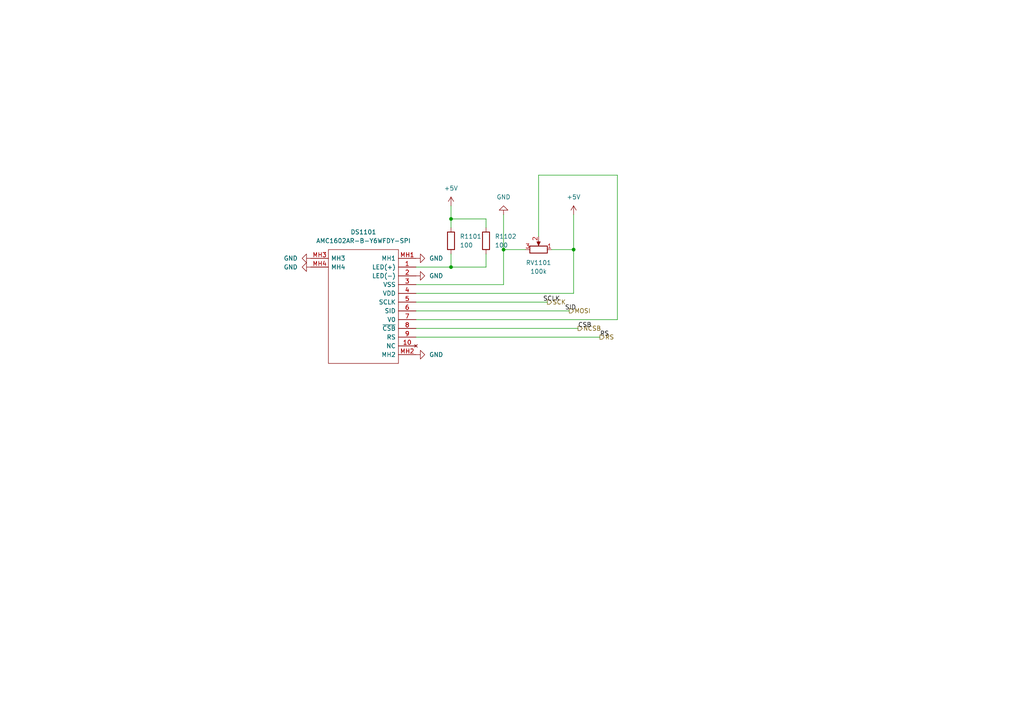
<source format=kicad_sch>
(kicad_sch (version 20211123) (generator eeschema)
  (paper "A4")
  (lib_symbols
    (symbol "AMC1602AR-B-Y6WFDY-SPI:AMC1602AR-B-Y6WFDY-SPI" (pin_names (offset 0.762))
      (property "Reference" "DS" (at 26.67 7.62 0))
      (property "Value" "AMC1602AR-B-Y6WFDY-SPI" (at 26.67 5.08 0))
      (symbol "AMC1602AR-B-Y6WFDY-SPI_0_0"
        (pin passive line (at 30.48 -2.54 180) (length 5.08) (name "LED(+)") (number "1"))
        (pin no_connect line (at 30.48 -25.4 180) (length 5.08) (name "NC") (number "10"))
        (pin passive line (at 30.48 -5.08 180) (length 5.08) (name "LED(-)") (number "2"))
        (pin passive line (at 30.48 -7.62 180) (length 5.08) (name "VSS") (number "3"))
        (pin passive line (at 30.48 -10.16 180) (length 5.08) (name "VDD") (number "4"))
        (pin passive line (at 30.48 -12.7 180) (length 5.08) (name "SCLK") (number "5"))
        (pin passive line (at 30.48 -15.24 180) (length 5.08) (name "SID") (number "6"))
        (pin passive line (at 30.48 -17.78 180) (length 5.08) (name "V0") (number "7"))
        (pin passive line (at 30.48 -20.32 180) (length 5.08) (name "~{CSB}") (number "8"))
        (pin passive line (at 30.48 -22.86 180) (length 5.08) (name "RS") (number "9"))
        (pin passive line (at 30.48 0 180) (length 5.08) (name "MH1") (number "MH1"))
        (pin passive line (at 30.48 -27.94 180) (length 5.08) (name "MH2") (number "MH2"))
        (pin passive line (at 0 0 0) (length 5.08) (name "MH3") (number "MH3"))
        (pin passive line (at 0 -2.54 0) (length 5.08) (name "MH4") (number "MH4"))
      )
      (symbol "AMC1602AR-B-Y6WFDY-SPI_0_1"
        (polyline (pts (xy 5.08 2.54) (xy 25.4 2.54) (xy 25.4 -30.48) (xy 5.08 -30.48) (xy 5.08 2.54)) (stroke (width 0.1524)))
      )
    )
    (symbol "Device:R" (pin_numbers hide) (pin_names (offset 0))
      (property "Reference" "R" (at 2.032 0 90))
      (property "Value" "R" (at 0 0 90))
      (symbol "R_0_1"
        (rectangle (start -1.016 -2.54) (end 1.016 2.54) (stroke (width 0.254)))
      )
      (symbol "R_1_1"
        (pin passive line (at 0 3.81 270) (length 1.27) (name "~") (number "1"))
        (pin passive line (at 0 -3.81 90) (length 1.27) (name "~") (number "2"))
      )
    )
    (symbol "Device:R_Potentiometer" (pin_names (offset 1.016) hide)
      (property "Reference" "RV" (at -4.445 0 90))
      (property "Value" "R_Potentiometer" (at -2.54 0 90))
      (symbol "R_Potentiometer_0_1"
        (polyline (pts (xy 2.54 0) (xy 1.524 0)))
        (polyline (pts (xy 1.143 0) (xy 2.286 0.508) (xy 2.286 -0.508) (xy 1.143 0)) (fill (type outline)))
        (rectangle (start 1.016 2.54) (end -1.016 -2.54) (stroke (width 0.254)))
      )
      (symbol "R_Potentiometer_1_1"
        (pin passive line (at 0 3.81 270) (length 1.27) (name "1") (number "1"))
        (pin passive line (at 3.81 0 180) (length 1.27) (name "2") (number "2"))
        (pin passive line (at 0 -3.81 90) (length 1.27) (name "3") (number "3"))
      )
    )
    (symbol "power:+5V" (power) (pin_names (offset 0))
      (property "Value" "+5V" (at 0 3.556 0))
      (symbol "+5V_0_1"
        (polyline (pts (xy -0.762 1.27) (xy 0 2.54)))
        (polyline (pts (xy 0 0) (xy 0 2.54)))
        (polyline (pts (xy 0 2.54) (xy 0.762 1.27)))
      )
      (symbol "+5V_1_1"
        (pin power_in line (at 0 0 90) (length 0) hide (name "+5V") (number "1"))
      )
    )
    (symbol "power:GND" (power) (pin_names (offset 0))
      (property "Value" "GND" (at 0 -3.81 0))
      (symbol "GND_0_1"
        (polyline (pts (xy 0 0) (xy 0 -1.27) (xy 1.27 -1.27) (xy 0 -2.54) (xy -1.27 -1.27) (xy 0 -1.27)))
      )
      (symbol "GND_1_1"
        (pin power_in line (at 0 0 270) (length 0) hide (name "GND") (number "1"))
      )
    )
  )
  (junction (at 146.05 72.39))
  (junction (at 130.81 63.5))
  (junction (at 130.81 77.47))
  (junction (at 166.37 72.39))
  (wire (pts (xy 146.05 72.39) (xy 152.4 72.39)))
  (wire (pts (xy 130.81 77.47) (xy 120.65 77.47)))
  (wire (pts (xy 130.81 63.5) (xy 140.97 63.5)))
  (wire (pts (xy 120.65 92.71) (xy 179.07 92.71)))
  (wire (pts (xy 130.81 73.66) (xy 130.81 77.47)))
  (wire (pts (xy 179.07 92.71) (xy 179.07 50.8)))
  (wire (pts (xy 166.37 62.23) (xy 166.37 72.39)))
  (wire (pts (xy 166.37 72.39) (xy 166.37 85.09)))
  (wire (pts (xy 160.02 72.39) (xy 166.37 72.39)))
  (wire (pts (xy 120.65 97.79) (xy 173.99 97.79)))
  (wire (pts (xy 179.07 50.8) (xy 156.21 50.8)))
  (wire (pts (xy 130.81 63.5) (xy 130.81 66.04)))
  (wire (pts (xy 120.65 85.09) (xy 166.37 85.09)))
  (wire (pts (xy 120.65 87.63) (xy 158.75 87.63)))
  (wire (pts (xy 146.05 62.23) (xy 146.05 72.39)))
  (wire (pts (xy 146.05 82.55) (xy 120.65 82.55)))
  (wire (pts (xy 140.97 66.04) (xy 140.97 63.5)))
  (wire (pts (xy 130.81 59.69) (xy 130.81 63.5)))
  (wire (pts (xy 120.65 90.17) (xy 165.1 90.17)))
  (wire (pts (xy 120.65 95.25) (xy 167.64 95.25)))
  (wire (pts (xy 130.81 77.47) (xy 140.97 77.47)))
  (wire (pts (xy 146.05 72.39) (xy 146.05 82.55)))
  (wire (pts (xy 156.21 50.8) (xy 156.21 68.58)))
  (wire (pts (xy 140.97 73.66) (xy 140.97 77.47)))
  (label "SID" (at 163.83 90.17 0))
  (label "CSB" (at 167.64 95.25 0))
  (label "RS" (at 173.99 97.79 0))
  (label "SCLK" (at 157.48 87.63 0))
  (hierarchical_label "NCSB" (shape output) (at 167.64 95.25 0))
  (hierarchical_label "MOSI" (shape output) (at 165.1 90.17 0))
  (hierarchical_label "SCK" (shape output) (at 158.75 87.63 0))
  (hierarchical_label "RS" (shape output) (at 173.99 97.79 0))
  (symbol (lib_id "power:GND") (at 120.65 102.87 90) (unit 1)
    (property "Reference" "#PWR01105" (effects hide))
    (property "Value" "GND" (at 124.46 102.8699 90) (effects (justify right)))
  )
  (symbol (lib_id "AMC1602AR-B-Y6WFDY-SPI:AMC1602AR-B-Y6WFDY-SPI") (at 90.17 74.93 0) (unit 1)
    (property "Reference" "DS1101" (at 105.41 67.31 0))
    (property "Value" "AMC1602AR-B-Y6WFDY-SPI" (at 105.41 69.85 0))
    (property "Footprint" "Custom:AMC1602ARBY6WFDYSPI" (effects hide))
    (property "Datasheet" "https://www.orientdisplay.com/wp-content/uploads/2019/10/AMC1602AR-B-Y6WFDY-SPI-specsheet.pdf" (effects hide))
    (property "Description" "Character Display Module Transflective 5 x 8 Dots STN - Super-Twisted Nematic LED - Yellow/Green SPI 80.00mm x 36.00mm x 14.00mm" (effects hide))
    (property "Height" "14" (effects hide))
    (property "Manufacturer_Name" "Orient Display" (effects hide))
    (property "Manufacturer_Part_Number" "AMC1602AR-B-Y6WFDY-SPI" (effects hide))
  )
  (symbol (lib_id "Device:R_Potentiometer") (at 156.21 72.39 270) (mirror x) (unit 1)
    (property "Reference" "RV1101" (at 156.21 76.2 90))
    (property "Value" "100k" (at 156.21 78.74 90))
    (property "Footprint" "Custom:TRIM_3352T-1-104LF" (effects hide))
  )
  (symbol (lib_id "power:GND") (at 120.65 80.01 90) (unit 1)
    (property "Reference" "#PWR01104" (effects hide))
    (property "Value" "GND" (at 124.46 80.0099 90) (effects (justify right)))
  )
  (symbol (lib_id "power:GND") (at 120.65 74.93 90) (unit 1)
    (property "Reference" "#PWR01103" (effects hide))
    (property "Value" "GND" (at 124.46 74.9299 90) (effects (justify right)))
  )
  (symbol (lib_id "Device:R") (at 140.97 69.85 0) (unit 1)
    (property "Reference" "R1102" (at 143.51 68.5799 0) (effects (justify left)))
    (property "Value" "100" (at 143.51 71.1199 0) (effects (justify left)))
    (property "Footprint" "Resistor_SMD:R_0603_1608Metric" (effects hide))
    (property "Manufacturer_Name" "UNI-ROYAL(Uniroyal Elec)" (effects hide))
    (property "Manufacturer_Part_Number" "0603WAF1000T5E" (effects hide))
  )
  (symbol (lib_id "power:GND") (at 90.17 74.93 270) (unit 1)
    (property "Reference" "#PWR01101" (effects hide))
    (property "Value" "GND" (at 86.36 74.9299 90) (effects (justify right)))
  )
  (symbol (lib_id "power:+5V") (at 130.81 59.69 0) (unit 1)
    (property "Reference" "#PWR01106" (effects hide))
    (property "Value" "+5V" (at 130.81 54.61 0))
  )
  (symbol (lib_id "power:+5V") (at 166.37 62.23 0) (unit 1)
    (property "Reference" "#PWR01108" (effects hide))
    (property "Value" "+5V" (at 166.37 57.15 0))
  )
  (symbol (lib_id "power:GND") (at 146.05 62.23 180) (unit 1)
    (property "Reference" "#PWR01107" (effects hide))
    (property "Value" "GND" (at 146.05 57.15 0))
  )
  (symbol (lib_id "power:GND") (at 90.17 77.47 270) (unit 1)
    (property "Reference" "#PWR01102" (effects hide))
    (property "Value" "GND" (at 86.36 77.4699 90) (effects (justify right)))
  )
  (symbol (lib_id "Device:R") (at 130.81 69.85 0) (unit 1)
    (property "Reference" "R1101" (at 133.35 68.5799 0) (effects (justify left)))
    (property "Value" "100" (at 133.35 71.1199 0) (effects (justify left)))
    (property "Footprint" "Resistor_SMD:R_0603_1608Metric" (effects hide))
    (property "Manufacturer_Name" "UNI-ROYAL(Uniroyal Elec)" (effects hide))
    (property "Manufacturer_Part_Number" "0603WAF1000T5E" (effects hide))
  )
)
</source>
